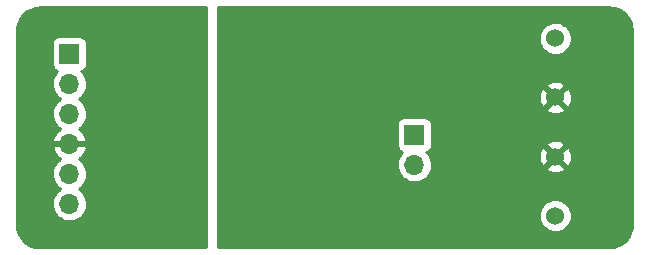
<source format=gbr>
G04 #@! TF.GenerationSoftware,KiCad,Pcbnew,(5.1.0-1220-ga833aeeac)*
G04 #@! TF.CreationDate,2019-07-18T01:02:23+03:00*
G04 #@! TF.ProjectId,proto_II_rs485,70726f74-6f5f-4494-995f-72733438352e,rev?*
G04 #@! TF.SameCoordinates,Original*
G04 #@! TF.FileFunction,Copper,L2,Bot*
G04 #@! TF.FilePolarity,Positive*
%FSLAX46Y46*%
G04 Gerber Fmt 4.6, Leading zero omitted, Abs format (unit mm)*
G04 Created by KiCad (PCBNEW (5.1.0-1220-ga833aeeac)) date 2019-07-18 01:02:23*
%MOMM*%
%LPD*%
G04 APERTURE LIST*
%ADD10O,1.700000X1.700000*%
%ADD11R,1.700000X1.700000*%
%ADD12C,1.524000*%
%ADD13C,0.800000*%
%ADD14C,0.254000*%
G04 APERTURE END LIST*
D10*
X58990000Y-56450000D03*
D11*
X58990000Y-53910000D03*
D12*
X70904998Y-45739999D03*
X70904998Y-50739999D03*
D10*
X29780000Y-59752000D03*
X29780000Y-57212000D03*
X29780000Y-54672000D03*
X29780000Y-52132000D03*
X29780000Y-49592000D03*
D11*
X29780000Y-47052000D03*
D12*
X70904998Y-55740000D03*
X70904998Y-60740000D03*
D13*
X50100000Y-49782498D03*
X51751000Y-51370004D03*
X49401492Y-57974000D03*
X48195000Y-52322500D03*
X56386500Y-48830006D03*
X33590000Y-49782500D03*
X47560000Y-49782504D03*
X36130000Y-49719000D03*
X62800000Y-52132000D03*
X62800000Y-54545000D03*
X61784000Y-54291000D03*
X61784000Y-53402000D03*
X61784000Y-52513000D03*
X40702000Y-57974000D03*
X40702000Y-53402000D03*
X41019500Y-49465000D03*
X41019500Y-48576000D03*
X41019500Y-47687000D03*
X41019500Y-46798000D03*
X41019500Y-45909000D03*
X41019500Y-45020000D03*
X42670500Y-49465000D03*
X42670500Y-48576000D03*
X42670500Y-47687000D03*
X42670500Y-46798000D03*
X42670500Y-45909000D03*
X42670500Y-45020000D03*
D14*
G36*
X75434139Y-43115793D02*
G01*
X75452789Y-43118480D01*
X75459044Y-43118911D01*
X75459799Y-43118960D01*
X75737950Y-43136460D01*
X75972134Y-43181133D01*
X76198887Y-43254809D01*
X76414606Y-43356319D01*
X76615916Y-43484073D01*
X76799622Y-43636048D01*
X76962833Y-43809850D01*
X77102958Y-44002718D01*
X77217825Y-44211656D01*
X77305591Y-44433329D01*
X77364882Y-44664252D01*
X77396028Y-44910802D01*
X77400092Y-45040110D01*
X77401939Y-45058066D01*
X77405001Y-45075520D01*
X77405000Y-61460547D01*
X77404207Y-61464139D01*
X77401520Y-61482789D01*
X77401089Y-61489044D01*
X77401040Y-61489799D01*
X77383540Y-61767950D01*
X77338867Y-62002134D01*
X77265191Y-62228886D01*
X77163677Y-62444614D01*
X77035926Y-62645918D01*
X76883952Y-62829621D01*
X76710153Y-62992830D01*
X76517274Y-63132965D01*
X76308338Y-63247827D01*
X76086675Y-63335591D01*
X75855750Y-63394882D01*
X75609197Y-63426028D01*
X75479891Y-63430092D01*
X75461935Y-63431939D01*
X75444486Y-63435000D01*
X42353000Y-63435000D01*
X42353000Y-60714595D01*
X69503553Y-60714595D01*
X69517788Y-60940852D01*
X69521203Y-60963171D01*
X69575279Y-61183331D01*
X69582593Y-61204694D01*
X69674802Y-61411798D01*
X69685783Y-61431527D01*
X69813210Y-61619030D01*
X69827511Y-61636502D01*
X69986127Y-61798476D01*
X70003296Y-61813140D01*
X70188089Y-61944465D01*
X70207584Y-61955857D01*
X70412712Y-62052383D01*
X70433916Y-62060143D01*
X70652896Y-62118818D01*
X70675138Y-62122700D01*
X70901047Y-62141671D01*
X70923627Y-62141552D01*
X71149325Y-62120217D01*
X71171526Y-62116103D01*
X71389878Y-62055138D01*
X71410999Y-62047156D01*
X71615105Y-61948487D01*
X71634479Y-61936892D01*
X71817887Y-61803639D01*
X71834902Y-61788796D01*
X71991814Y-61625170D01*
X72005932Y-61607549D01*
X72131388Y-61418722D01*
X72142162Y-61398879D01*
X72232197Y-61190820D01*
X72239287Y-61169383D01*
X72291055Y-60948669D01*
X72294366Y-60922992D01*
X72302039Y-60629972D01*
X72300076Y-60604158D01*
X72259930Y-60381037D01*
X72253972Y-60359258D01*
X72174949Y-60146772D01*
X72165228Y-60126393D01*
X72049827Y-59931259D01*
X72036651Y-59912922D01*
X71888517Y-59741308D01*
X71872303Y-59725595D01*
X71696121Y-59582926D01*
X71677380Y-59570333D01*
X71478718Y-59461117D01*
X71458043Y-59452041D01*
X71243180Y-59379732D01*
X71221225Y-59374461D01*
X70996953Y-59341343D01*
X70974411Y-59340044D01*
X70747819Y-59347165D01*
X70725403Y-59349877D01*
X70503652Y-59397012D01*
X70482071Y-59403651D01*
X70272173Y-59489309D01*
X70252109Y-59499665D01*
X70060696Y-59621139D01*
X70042783Y-59634885D01*
X69875907Y-59788336D01*
X69860711Y-59805036D01*
X69723646Y-59985612D01*
X69711647Y-60004739D01*
X69608725Y-60206734D01*
X69600303Y-60227684D01*
X69534779Y-60444712D01*
X69530201Y-60466822D01*
X69504144Y-60692024D01*
X69503553Y-60714595D01*
X42353000Y-60714595D01*
X42353000Y-53060000D01*
X57497163Y-53060000D01*
X57497163Y-54760000D01*
X57501490Y-54792870D01*
X57570599Y-55050789D01*
X57595984Y-55099553D01*
X57711138Y-55236788D01*
X57744926Y-55265139D01*
X57900073Y-55354713D01*
X57941520Y-55369799D01*
X57966325Y-55374173D01*
X57881580Y-55455016D01*
X57867350Y-55471099D01*
X57729782Y-55655997D01*
X57718466Y-55674249D01*
X57614018Y-55879683D01*
X57605938Y-55899580D01*
X57537597Y-56119674D01*
X57532986Y-56140648D01*
X57502705Y-56369111D01*
X57501693Y-56390563D01*
X57510339Y-56620862D01*
X57512957Y-56642176D01*
X57560282Y-56867725D01*
X57566453Y-56888295D01*
X57651104Y-57102646D01*
X57660652Y-57121881D01*
X57780209Y-57318905D01*
X57792862Y-57336257D01*
X57943906Y-57510320D01*
X57959302Y-57525292D01*
X58137515Y-57671417D01*
X58155213Y-57683580D01*
X58355498Y-57797589D01*
X58374993Y-57806597D01*
X58591624Y-57885230D01*
X58618269Y-57891750D01*
X58936275Y-57933899D01*
X58952962Y-57935000D01*
X59047854Y-57935000D01*
X59058592Y-57934545D01*
X59230374Y-57919969D01*
X59251541Y-57916351D01*
X59474610Y-57858454D01*
X59494866Y-57851321D01*
X59704992Y-57756666D01*
X59723757Y-57746222D01*
X59914930Y-57617517D01*
X59931666Y-57604060D01*
X60098420Y-57444984D01*
X60112650Y-57428901D01*
X60250218Y-57244003D01*
X60261534Y-57225751D01*
X60365982Y-57020317D01*
X60374062Y-57000420D01*
X60442403Y-56780326D01*
X60443997Y-56773072D01*
X70080042Y-56773072D01*
X70085147Y-56844450D01*
X70130571Y-56903589D01*
X70188089Y-56944465D01*
X70207584Y-56955857D01*
X70412712Y-57052383D01*
X70433916Y-57060143D01*
X70652896Y-57118818D01*
X70675138Y-57122700D01*
X70901047Y-57141671D01*
X70923627Y-57141552D01*
X71149325Y-57120217D01*
X71171526Y-57116103D01*
X71389878Y-57055138D01*
X71410999Y-57047156D01*
X71615105Y-56948487D01*
X71634479Y-56936893D01*
X71680875Y-56903185D01*
X71724573Y-56846517D01*
X71730698Y-56775219D01*
X71696030Y-56710636D01*
X70994801Y-56009407D01*
X70931994Y-55975112D01*
X70860616Y-55980217D01*
X70815195Y-56009407D01*
X70114337Y-56710265D01*
X70080042Y-56773072D01*
X60443997Y-56773072D01*
X60447014Y-56759352D01*
X60477295Y-56530889D01*
X60478307Y-56509437D01*
X60469661Y-56279138D01*
X60467043Y-56257824D01*
X60419718Y-56032275D01*
X60413547Y-56011705D01*
X60328896Y-55797354D01*
X60319348Y-55778119D01*
X60280801Y-55714595D01*
X69503553Y-55714595D01*
X69517788Y-55940852D01*
X69521203Y-55963171D01*
X69575279Y-56183331D01*
X69582593Y-56204694D01*
X69674802Y-56411798D01*
X69685782Y-56431526D01*
X69740334Y-56511798D01*
X69795602Y-56557255D01*
X69866672Y-56565615D01*
X69935177Y-56530217D01*
X70635591Y-55829803D01*
X70669886Y-55766996D01*
X70666025Y-55713004D01*
X71140110Y-55713004D01*
X71145215Y-55784382D01*
X71174405Y-55829803D01*
X71874746Y-56530144D01*
X71937553Y-56564439D01*
X72008931Y-56559334D01*
X72070330Y-56510622D01*
X72131388Y-56418722D01*
X72142162Y-56398879D01*
X72232197Y-56190820D01*
X72239287Y-56169383D01*
X72291055Y-55948669D01*
X72294366Y-55922992D01*
X72302039Y-55629972D01*
X72300076Y-55604158D01*
X72259930Y-55381037D01*
X72253972Y-55359258D01*
X72174949Y-55146772D01*
X72165228Y-55126393D01*
X72075018Y-54973856D01*
X72022714Y-54925019D01*
X71952309Y-54912212D01*
X71875901Y-54948701D01*
X71174405Y-55650197D01*
X71140110Y-55713004D01*
X70666025Y-55713004D01*
X70664781Y-55695618D01*
X70635591Y-55650197D01*
X69933326Y-54947932D01*
X69870519Y-54913637D01*
X69799141Y-54918742D01*
X69742362Y-54960953D01*
X69723644Y-54985614D01*
X69711647Y-55004739D01*
X69608725Y-55206734D01*
X69600303Y-55227684D01*
X69534779Y-55444712D01*
X69530201Y-55466822D01*
X69504144Y-55692024D01*
X69503553Y-55714595D01*
X60280801Y-55714595D01*
X60199791Y-55581095D01*
X60187138Y-55563743D01*
X60036094Y-55389680D01*
X60020698Y-55374708D01*
X60006167Y-55362793D01*
X60130789Y-55329401D01*
X60179553Y-55304016D01*
X60316788Y-55188862D01*
X60345139Y-55155074D01*
X60434713Y-54999927D01*
X60449799Y-54958480D01*
X60480908Y-54782053D01*
X60482837Y-54760000D01*
X60482837Y-54697648D01*
X70078692Y-54697648D01*
X70114698Y-54770096D01*
X70815195Y-55470593D01*
X70878002Y-55504888D01*
X70949380Y-55499783D01*
X70994801Y-55470593D01*
X71698236Y-54767158D01*
X71732531Y-54704351D01*
X71727426Y-54632973D01*
X71669616Y-54566064D01*
X71478718Y-54461117D01*
X71458043Y-54452041D01*
X71243180Y-54379732D01*
X71221225Y-54374461D01*
X70996953Y-54341343D01*
X70974411Y-54340044D01*
X70747819Y-54347165D01*
X70725403Y-54349877D01*
X70503652Y-54397012D01*
X70482071Y-54403651D01*
X70272173Y-54489309D01*
X70252110Y-54499665D01*
X70136452Y-54573063D01*
X70089281Y-54626876D01*
X70078692Y-54697648D01*
X60482837Y-54697648D01*
X60482837Y-53060000D01*
X60478510Y-53027130D01*
X60409401Y-52769212D01*
X60384016Y-52720448D01*
X60268862Y-52583212D01*
X60235074Y-52554861D01*
X60079927Y-52465287D01*
X60038480Y-52450201D01*
X59862053Y-52419092D01*
X59840000Y-52417163D01*
X58140000Y-52417163D01*
X58107130Y-52421490D01*
X57849212Y-52490599D01*
X57800448Y-52515984D01*
X57663212Y-52631138D01*
X57634861Y-52664926D01*
X57545287Y-52820073D01*
X57530201Y-52861520D01*
X57499092Y-53037947D01*
X57497163Y-53060000D01*
X42353000Y-53060000D01*
X42353000Y-51773071D01*
X70080042Y-51773071D01*
X70085147Y-51844449D01*
X70130571Y-51903588D01*
X70188089Y-51944464D01*
X70207584Y-51955856D01*
X70412712Y-52052382D01*
X70433916Y-52060142D01*
X70652896Y-52118817D01*
X70675138Y-52122699D01*
X70901047Y-52141670D01*
X70923627Y-52141551D01*
X71149325Y-52120216D01*
X71171526Y-52116102D01*
X71389878Y-52055137D01*
X71410999Y-52047155D01*
X71615105Y-51948486D01*
X71634479Y-51936892D01*
X71680875Y-51903184D01*
X71724573Y-51846516D01*
X71730698Y-51775218D01*
X71696030Y-51710635D01*
X70994801Y-51009406D01*
X70931994Y-50975111D01*
X70860616Y-50980216D01*
X70815195Y-51009406D01*
X70114337Y-51710264D01*
X70080042Y-51773071D01*
X42353000Y-51773071D01*
X42353000Y-50714594D01*
X69503553Y-50714594D01*
X69517788Y-50940851D01*
X69521203Y-50963170D01*
X69575279Y-51183330D01*
X69582593Y-51204693D01*
X69674802Y-51411797D01*
X69685782Y-51431525D01*
X69740334Y-51511797D01*
X69795602Y-51557254D01*
X69866672Y-51565614D01*
X69935177Y-51530216D01*
X70635591Y-50829802D01*
X70669886Y-50766995D01*
X70666025Y-50713003D01*
X71140110Y-50713003D01*
X71145215Y-50784381D01*
X71174405Y-50829802D01*
X71874746Y-51530143D01*
X71937553Y-51564438D01*
X72008931Y-51559333D01*
X72070330Y-51510621D01*
X72131388Y-51418721D01*
X72142162Y-51398878D01*
X72232197Y-51190819D01*
X72239287Y-51169382D01*
X72291055Y-50948668D01*
X72294366Y-50922991D01*
X72302039Y-50629971D01*
X72300076Y-50604157D01*
X72259930Y-50381036D01*
X72253972Y-50359257D01*
X72174949Y-50146771D01*
X72165228Y-50126392D01*
X72075018Y-49973855D01*
X72022714Y-49925018D01*
X71952309Y-49912211D01*
X71875901Y-49948700D01*
X71174405Y-50650196D01*
X71140110Y-50713003D01*
X70666025Y-50713003D01*
X70664781Y-50695617D01*
X70635591Y-50650196D01*
X69933326Y-49947931D01*
X69870519Y-49913636D01*
X69799141Y-49918741D01*
X69742362Y-49960952D01*
X69723644Y-49985613D01*
X69711647Y-50004738D01*
X69608725Y-50206733D01*
X69600303Y-50227683D01*
X69534779Y-50444711D01*
X69530201Y-50466821D01*
X69504144Y-50692023D01*
X69503553Y-50714594D01*
X42353000Y-50714594D01*
X42353000Y-49697647D01*
X70078692Y-49697647D01*
X70114698Y-49770095D01*
X70815195Y-50470592D01*
X70878002Y-50504887D01*
X70949380Y-50499782D01*
X70994801Y-50470592D01*
X71698236Y-49767157D01*
X71732531Y-49704350D01*
X71727426Y-49632972D01*
X71669616Y-49566063D01*
X71478718Y-49461116D01*
X71458043Y-49452040D01*
X71243180Y-49379731D01*
X71221225Y-49374460D01*
X70996953Y-49341342D01*
X70974411Y-49340043D01*
X70747819Y-49347164D01*
X70725403Y-49349876D01*
X70503652Y-49397011D01*
X70482071Y-49403650D01*
X70272173Y-49489308D01*
X70252110Y-49499664D01*
X70136452Y-49573062D01*
X70089281Y-49626875D01*
X70078692Y-49697647D01*
X42353000Y-49697647D01*
X42353000Y-45714594D01*
X69503553Y-45714594D01*
X69517788Y-45940851D01*
X69521203Y-45963170D01*
X69575279Y-46183330D01*
X69582593Y-46204693D01*
X69674802Y-46411797D01*
X69685783Y-46431526D01*
X69813210Y-46619029D01*
X69827511Y-46636501D01*
X69986127Y-46798475D01*
X70003296Y-46813139D01*
X70188089Y-46944464D01*
X70207584Y-46955856D01*
X70412712Y-47052382D01*
X70433916Y-47060142D01*
X70652896Y-47118817D01*
X70675138Y-47122699D01*
X70901047Y-47141670D01*
X70923627Y-47141551D01*
X71149325Y-47120216D01*
X71171526Y-47116102D01*
X71389878Y-47055137D01*
X71410999Y-47047155D01*
X71615105Y-46948486D01*
X71634479Y-46936891D01*
X71817887Y-46803638D01*
X71834902Y-46788795D01*
X71991814Y-46625169D01*
X72005932Y-46607548D01*
X72131388Y-46418721D01*
X72142162Y-46398878D01*
X72232197Y-46190819D01*
X72239287Y-46169382D01*
X72291055Y-45948668D01*
X72294366Y-45922991D01*
X72302039Y-45629971D01*
X72300076Y-45604157D01*
X72259930Y-45381036D01*
X72253972Y-45359257D01*
X72174949Y-45146771D01*
X72165228Y-45126392D01*
X72049827Y-44931258D01*
X72036651Y-44912921D01*
X71888517Y-44741307D01*
X71872303Y-44725594D01*
X71696121Y-44582925D01*
X71677380Y-44570332D01*
X71478718Y-44461116D01*
X71458043Y-44452040D01*
X71243180Y-44379731D01*
X71221225Y-44374460D01*
X70996953Y-44341342D01*
X70974411Y-44340043D01*
X70747819Y-44347164D01*
X70725403Y-44349876D01*
X70503652Y-44397011D01*
X70482071Y-44403650D01*
X70272173Y-44489308D01*
X70252109Y-44499664D01*
X70060696Y-44621138D01*
X70042783Y-44634884D01*
X69875907Y-44788335D01*
X69860711Y-44805035D01*
X69723646Y-44985611D01*
X69711647Y-45004738D01*
X69608725Y-45206733D01*
X69600303Y-45227683D01*
X69534779Y-45444711D01*
X69530201Y-45466821D01*
X69504144Y-45692023D01*
X69503553Y-45714594D01*
X42353000Y-45714594D01*
X42353000Y-43115000D01*
X75430547Y-43115000D01*
X75434139Y-43115793D01*
X75434139Y-43115793D01*
G37*
X75434139Y-43115793D02*
X75452789Y-43118480D01*
X75459044Y-43118911D01*
X75459799Y-43118960D01*
X75737950Y-43136460D01*
X75972134Y-43181133D01*
X76198887Y-43254809D01*
X76414606Y-43356319D01*
X76615916Y-43484073D01*
X76799622Y-43636048D01*
X76962833Y-43809850D01*
X77102958Y-44002718D01*
X77217825Y-44211656D01*
X77305591Y-44433329D01*
X77364882Y-44664252D01*
X77396028Y-44910802D01*
X77400092Y-45040110D01*
X77401939Y-45058066D01*
X77405001Y-45075520D01*
X77405000Y-61460547D01*
X77404207Y-61464139D01*
X77401520Y-61482789D01*
X77401089Y-61489044D01*
X77401040Y-61489799D01*
X77383540Y-61767950D01*
X77338867Y-62002134D01*
X77265191Y-62228886D01*
X77163677Y-62444614D01*
X77035926Y-62645918D01*
X76883952Y-62829621D01*
X76710153Y-62992830D01*
X76517274Y-63132965D01*
X76308338Y-63247827D01*
X76086675Y-63335591D01*
X75855750Y-63394882D01*
X75609197Y-63426028D01*
X75479891Y-63430092D01*
X75461935Y-63431939D01*
X75444486Y-63435000D01*
X42353000Y-63435000D01*
X42353000Y-60714595D01*
X69503553Y-60714595D01*
X69517788Y-60940852D01*
X69521203Y-60963171D01*
X69575279Y-61183331D01*
X69582593Y-61204694D01*
X69674802Y-61411798D01*
X69685783Y-61431527D01*
X69813210Y-61619030D01*
X69827511Y-61636502D01*
X69986127Y-61798476D01*
X70003296Y-61813140D01*
X70188089Y-61944465D01*
X70207584Y-61955857D01*
X70412712Y-62052383D01*
X70433916Y-62060143D01*
X70652896Y-62118818D01*
X70675138Y-62122700D01*
X70901047Y-62141671D01*
X70923627Y-62141552D01*
X71149325Y-62120217D01*
X71171526Y-62116103D01*
X71389878Y-62055138D01*
X71410999Y-62047156D01*
X71615105Y-61948487D01*
X71634479Y-61936892D01*
X71817887Y-61803639D01*
X71834902Y-61788796D01*
X71991814Y-61625170D01*
X72005932Y-61607549D01*
X72131388Y-61418722D01*
X72142162Y-61398879D01*
X72232197Y-61190820D01*
X72239287Y-61169383D01*
X72291055Y-60948669D01*
X72294366Y-60922992D01*
X72302039Y-60629972D01*
X72300076Y-60604158D01*
X72259930Y-60381037D01*
X72253972Y-60359258D01*
X72174949Y-60146772D01*
X72165228Y-60126393D01*
X72049827Y-59931259D01*
X72036651Y-59912922D01*
X71888517Y-59741308D01*
X71872303Y-59725595D01*
X71696121Y-59582926D01*
X71677380Y-59570333D01*
X71478718Y-59461117D01*
X71458043Y-59452041D01*
X71243180Y-59379732D01*
X71221225Y-59374461D01*
X70996953Y-59341343D01*
X70974411Y-59340044D01*
X70747819Y-59347165D01*
X70725403Y-59349877D01*
X70503652Y-59397012D01*
X70482071Y-59403651D01*
X70272173Y-59489309D01*
X70252109Y-59499665D01*
X70060696Y-59621139D01*
X70042783Y-59634885D01*
X69875907Y-59788336D01*
X69860711Y-59805036D01*
X69723646Y-59985612D01*
X69711647Y-60004739D01*
X69608725Y-60206734D01*
X69600303Y-60227684D01*
X69534779Y-60444712D01*
X69530201Y-60466822D01*
X69504144Y-60692024D01*
X69503553Y-60714595D01*
X42353000Y-60714595D01*
X42353000Y-53060000D01*
X57497163Y-53060000D01*
X57497163Y-54760000D01*
X57501490Y-54792870D01*
X57570599Y-55050789D01*
X57595984Y-55099553D01*
X57711138Y-55236788D01*
X57744926Y-55265139D01*
X57900073Y-55354713D01*
X57941520Y-55369799D01*
X57966325Y-55374173D01*
X57881580Y-55455016D01*
X57867350Y-55471099D01*
X57729782Y-55655997D01*
X57718466Y-55674249D01*
X57614018Y-55879683D01*
X57605938Y-55899580D01*
X57537597Y-56119674D01*
X57532986Y-56140648D01*
X57502705Y-56369111D01*
X57501693Y-56390563D01*
X57510339Y-56620862D01*
X57512957Y-56642176D01*
X57560282Y-56867725D01*
X57566453Y-56888295D01*
X57651104Y-57102646D01*
X57660652Y-57121881D01*
X57780209Y-57318905D01*
X57792862Y-57336257D01*
X57943906Y-57510320D01*
X57959302Y-57525292D01*
X58137515Y-57671417D01*
X58155213Y-57683580D01*
X58355498Y-57797589D01*
X58374993Y-57806597D01*
X58591624Y-57885230D01*
X58618269Y-57891750D01*
X58936275Y-57933899D01*
X58952962Y-57935000D01*
X59047854Y-57935000D01*
X59058592Y-57934545D01*
X59230374Y-57919969D01*
X59251541Y-57916351D01*
X59474610Y-57858454D01*
X59494866Y-57851321D01*
X59704992Y-57756666D01*
X59723757Y-57746222D01*
X59914930Y-57617517D01*
X59931666Y-57604060D01*
X60098420Y-57444984D01*
X60112650Y-57428901D01*
X60250218Y-57244003D01*
X60261534Y-57225751D01*
X60365982Y-57020317D01*
X60374062Y-57000420D01*
X60442403Y-56780326D01*
X60443997Y-56773072D01*
X70080042Y-56773072D01*
X70085147Y-56844450D01*
X70130571Y-56903589D01*
X70188089Y-56944465D01*
X70207584Y-56955857D01*
X70412712Y-57052383D01*
X70433916Y-57060143D01*
X70652896Y-57118818D01*
X70675138Y-57122700D01*
X70901047Y-57141671D01*
X70923627Y-57141552D01*
X71149325Y-57120217D01*
X71171526Y-57116103D01*
X71389878Y-57055138D01*
X71410999Y-57047156D01*
X71615105Y-56948487D01*
X71634479Y-56936893D01*
X71680875Y-56903185D01*
X71724573Y-56846517D01*
X71730698Y-56775219D01*
X71696030Y-56710636D01*
X70994801Y-56009407D01*
X70931994Y-55975112D01*
X70860616Y-55980217D01*
X70815195Y-56009407D01*
X70114337Y-56710265D01*
X70080042Y-56773072D01*
X60443997Y-56773072D01*
X60447014Y-56759352D01*
X60477295Y-56530889D01*
X60478307Y-56509437D01*
X60469661Y-56279138D01*
X60467043Y-56257824D01*
X60419718Y-56032275D01*
X60413547Y-56011705D01*
X60328896Y-55797354D01*
X60319348Y-55778119D01*
X60280801Y-55714595D01*
X69503553Y-55714595D01*
X69517788Y-55940852D01*
X69521203Y-55963171D01*
X69575279Y-56183331D01*
X69582593Y-56204694D01*
X69674802Y-56411798D01*
X69685782Y-56431526D01*
X69740334Y-56511798D01*
X69795602Y-56557255D01*
X69866672Y-56565615D01*
X69935177Y-56530217D01*
X70635591Y-55829803D01*
X70669886Y-55766996D01*
X70666025Y-55713004D01*
X71140110Y-55713004D01*
X71145215Y-55784382D01*
X71174405Y-55829803D01*
X71874746Y-56530144D01*
X71937553Y-56564439D01*
X72008931Y-56559334D01*
X72070330Y-56510622D01*
X72131388Y-56418722D01*
X72142162Y-56398879D01*
X72232197Y-56190820D01*
X72239287Y-56169383D01*
X72291055Y-55948669D01*
X72294366Y-55922992D01*
X72302039Y-55629972D01*
X72300076Y-55604158D01*
X72259930Y-55381037D01*
X72253972Y-55359258D01*
X72174949Y-55146772D01*
X72165228Y-55126393D01*
X72075018Y-54973856D01*
X72022714Y-54925019D01*
X71952309Y-54912212D01*
X71875901Y-54948701D01*
X71174405Y-55650197D01*
X71140110Y-55713004D01*
X70666025Y-55713004D01*
X70664781Y-55695618D01*
X70635591Y-55650197D01*
X69933326Y-54947932D01*
X69870519Y-54913637D01*
X69799141Y-54918742D01*
X69742362Y-54960953D01*
X69723644Y-54985614D01*
X69711647Y-55004739D01*
X69608725Y-55206734D01*
X69600303Y-55227684D01*
X69534779Y-55444712D01*
X69530201Y-55466822D01*
X69504144Y-55692024D01*
X69503553Y-55714595D01*
X60280801Y-55714595D01*
X60199791Y-55581095D01*
X60187138Y-55563743D01*
X60036094Y-55389680D01*
X60020698Y-55374708D01*
X60006167Y-55362793D01*
X60130789Y-55329401D01*
X60179553Y-55304016D01*
X60316788Y-55188862D01*
X60345139Y-55155074D01*
X60434713Y-54999927D01*
X60449799Y-54958480D01*
X60480908Y-54782053D01*
X60482837Y-54760000D01*
X60482837Y-54697648D01*
X70078692Y-54697648D01*
X70114698Y-54770096D01*
X70815195Y-55470593D01*
X70878002Y-55504888D01*
X70949380Y-55499783D01*
X70994801Y-55470593D01*
X71698236Y-54767158D01*
X71732531Y-54704351D01*
X71727426Y-54632973D01*
X71669616Y-54566064D01*
X71478718Y-54461117D01*
X71458043Y-54452041D01*
X71243180Y-54379732D01*
X71221225Y-54374461D01*
X70996953Y-54341343D01*
X70974411Y-54340044D01*
X70747819Y-54347165D01*
X70725403Y-54349877D01*
X70503652Y-54397012D01*
X70482071Y-54403651D01*
X70272173Y-54489309D01*
X70252110Y-54499665D01*
X70136452Y-54573063D01*
X70089281Y-54626876D01*
X70078692Y-54697648D01*
X60482837Y-54697648D01*
X60482837Y-53060000D01*
X60478510Y-53027130D01*
X60409401Y-52769212D01*
X60384016Y-52720448D01*
X60268862Y-52583212D01*
X60235074Y-52554861D01*
X60079927Y-52465287D01*
X60038480Y-52450201D01*
X59862053Y-52419092D01*
X59840000Y-52417163D01*
X58140000Y-52417163D01*
X58107130Y-52421490D01*
X57849212Y-52490599D01*
X57800448Y-52515984D01*
X57663212Y-52631138D01*
X57634861Y-52664926D01*
X57545287Y-52820073D01*
X57530201Y-52861520D01*
X57499092Y-53037947D01*
X57497163Y-53060000D01*
X42353000Y-53060000D01*
X42353000Y-51773071D01*
X70080042Y-51773071D01*
X70085147Y-51844449D01*
X70130571Y-51903588D01*
X70188089Y-51944464D01*
X70207584Y-51955856D01*
X70412712Y-52052382D01*
X70433916Y-52060142D01*
X70652896Y-52118817D01*
X70675138Y-52122699D01*
X70901047Y-52141670D01*
X70923627Y-52141551D01*
X71149325Y-52120216D01*
X71171526Y-52116102D01*
X71389878Y-52055137D01*
X71410999Y-52047155D01*
X71615105Y-51948486D01*
X71634479Y-51936892D01*
X71680875Y-51903184D01*
X71724573Y-51846516D01*
X71730698Y-51775218D01*
X71696030Y-51710635D01*
X70994801Y-51009406D01*
X70931994Y-50975111D01*
X70860616Y-50980216D01*
X70815195Y-51009406D01*
X70114337Y-51710264D01*
X70080042Y-51773071D01*
X42353000Y-51773071D01*
X42353000Y-50714594D01*
X69503553Y-50714594D01*
X69517788Y-50940851D01*
X69521203Y-50963170D01*
X69575279Y-51183330D01*
X69582593Y-51204693D01*
X69674802Y-51411797D01*
X69685782Y-51431525D01*
X69740334Y-51511797D01*
X69795602Y-51557254D01*
X69866672Y-51565614D01*
X69935177Y-51530216D01*
X70635591Y-50829802D01*
X70669886Y-50766995D01*
X70666025Y-50713003D01*
X71140110Y-50713003D01*
X71145215Y-50784381D01*
X71174405Y-50829802D01*
X71874746Y-51530143D01*
X71937553Y-51564438D01*
X72008931Y-51559333D01*
X72070330Y-51510621D01*
X72131388Y-51418721D01*
X72142162Y-51398878D01*
X72232197Y-51190819D01*
X72239287Y-51169382D01*
X72291055Y-50948668D01*
X72294366Y-50922991D01*
X72302039Y-50629971D01*
X72300076Y-50604157D01*
X72259930Y-50381036D01*
X72253972Y-50359257D01*
X72174949Y-50146771D01*
X72165228Y-50126392D01*
X72075018Y-49973855D01*
X72022714Y-49925018D01*
X71952309Y-49912211D01*
X71875901Y-49948700D01*
X71174405Y-50650196D01*
X71140110Y-50713003D01*
X70666025Y-50713003D01*
X70664781Y-50695617D01*
X70635591Y-50650196D01*
X69933326Y-49947931D01*
X69870519Y-49913636D01*
X69799141Y-49918741D01*
X69742362Y-49960952D01*
X69723644Y-49985613D01*
X69711647Y-50004738D01*
X69608725Y-50206733D01*
X69600303Y-50227683D01*
X69534779Y-50444711D01*
X69530201Y-50466821D01*
X69504144Y-50692023D01*
X69503553Y-50714594D01*
X42353000Y-50714594D01*
X42353000Y-49697647D01*
X70078692Y-49697647D01*
X70114698Y-49770095D01*
X70815195Y-50470592D01*
X70878002Y-50504887D01*
X70949380Y-50499782D01*
X70994801Y-50470592D01*
X71698236Y-49767157D01*
X71732531Y-49704350D01*
X71727426Y-49632972D01*
X71669616Y-49566063D01*
X71478718Y-49461116D01*
X71458043Y-49452040D01*
X71243180Y-49379731D01*
X71221225Y-49374460D01*
X70996953Y-49341342D01*
X70974411Y-49340043D01*
X70747819Y-49347164D01*
X70725403Y-49349876D01*
X70503652Y-49397011D01*
X70482071Y-49403650D01*
X70272173Y-49489308D01*
X70252110Y-49499664D01*
X70136452Y-49573062D01*
X70089281Y-49626875D01*
X70078692Y-49697647D01*
X42353000Y-49697647D01*
X42353000Y-45714594D01*
X69503553Y-45714594D01*
X69517788Y-45940851D01*
X69521203Y-45963170D01*
X69575279Y-46183330D01*
X69582593Y-46204693D01*
X69674802Y-46411797D01*
X69685783Y-46431526D01*
X69813210Y-46619029D01*
X69827511Y-46636501D01*
X69986127Y-46798475D01*
X70003296Y-46813139D01*
X70188089Y-46944464D01*
X70207584Y-46955856D01*
X70412712Y-47052382D01*
X70433916Y-47060142D01*
X70652896Y-47118817D01*
X70675138Y-47122699D01*
X70901047Y-47141670D01*
X70923627Y-47141551D01*
X71149325Y-47120216D01*
X71171526Y-47116102D01*
X71389878Y-47055137D01*
X71410999Y-47047155D01*
X71615105Y-46948486D01*
X71634479Y-46936891D01*
X71817887Y-46803638D01*
X71834902Y-46788795D01*
X71991814Y-46625169D01*
X72005932Y-46607548D01*
X72131388Y-46418721D01*
X72142162Y-46398878D01*
X72232197Y-46190819D01*
X72239287Y-46169382D01*
X72291055Y-45948668D01*
X72294366Y-45922991D01*
X72302039Y-45629971D01*
X72300076Y-45604157D01*
X72259930Y-45381036D01*
X72253972Y-45359257D01*
X72174949Y-45146771D01*
X72165228Y-45126392D01*
X72049827Y-44931258D01*
X72036651Y-44912921D01*
X71888517Y-44741307D01*
X71872303Y-44725594D01*
X71696121Y-44582925D01*
X71677380Y-44570332D01*
X71478718Y-44461116D01*
X71458043Y-44452040D01*
X71243180Y-44379731D01*
X71221225Y-44374460D01*
X70996953Y-44341342D01*
X70974411Y-44340043D01*
X70747819Y-44347164D01*
X70725403Y-44349876D01*
X70503652Y-44397011D01*
X70482071Y-44403650D01*
X70272173Y-44489308D01*
X70252109Y-44499664D01*
X70060696Y-44621138D01*
X70042783Y-44634884D01*
X69875907Y-44788335D01*
X69860711Y-44805035D01*
X69723646Y-44985611D01*
X69711647Y-45004738D01*
X69608725Y-45206733D01*
X69600303Y-45227683D01*
X69534779Y-45444711D01*
X69530201Y-45466821D01*
X69504144Y-45692023D01*
X69503553Y-45714594D01*
X42353000Y-45714594D01*
X42353000Y-43115000D01*
X75430547Y-43115000D01*
X75434139Y-43115793D01*
G36*
X41337000Y-63435000D02*
G01*
X27309453Y-63435000D01*
X27305861Y-63434207D01*
X27287211Y-63431520D01*
X27280956Y-63431089D01*
X27280201Y-63431040D01*
X27002050Y-63413540D01*
X26767866Y-63368867D01*
X26541114Y-63295191D01*
X26325386Y-63193677D01*
X26124082Y-63065926D01*
X25940379Y-62913952D01*
X25777170Y-62740153D01*
X25637035Y-62547274D01*
X25522173Y-62338338D01*
X25434409Y-62116675D01*
X25375118Y-61885750D01*
X25343972Y-61639197D01*
X25339908Y-61509891D01*
X25338061Y-61491935D01*
X25335000Y-61474486D01*
X25335000Y-57152563D01*
X28291693Y-57152563D01*
X28300339Y-57382862D01*
X28302957Y-57404176D01*
X28350282Y-57629725D01*
X28356453Y-57650295D01*
X28441104Y-57864646D01*
X28450652Y-57883881D01*
X28570209Y-58080905D01*
X28582862Y-58098257D01*
X28733906Y-58272320D01*
X28749302Y-58287292D01*
X28927515Y-58433417D01*
X28945213Y-58445580D01*
X29008164Y-58481414D01*
X28855070Y-58584483D01*
X28838334Y-58597940D01*
X28671580Y-58757016D01*
X28657350Y-58773099D01*
X28519782Y-58957997D01*
X28508466Y-58976249D01*
X28404018Y-59181683D01*
X28395938Y-59201580D01*
X28327597Y-59421674D01*
X28322986Y-59442648D01*
X28292705Y-59671111D01*
X28291693Y-59692563D01*
X28300339Y-59922862D01*
X28302957Y-59944176D01*
X28350282Y-60169725D01*
X28356453Y-60190295D01*
X28441104Y-60404646D01*
X28450652Y-60423881D01*
X28570209Y-60620905D01*
X28582862Y-60638257D01*
X28733906Y-60812320D01*
X28749302Y-60827292D01*
X28927515Y-60973417D01*
X28945213Y-60985580D01*
X29145498Y-61099589D01*
X29164993Y-61108597D01*
X29381624Y-61187230D01*
X29408269Y-61193750D01*
X29726275Y-61235899D01*
X29742962Y-61237000D01*
X29837854Y-61237000D01*
X29848592Y-61236545D01*
X30020374Y-61221969D01*
X30041541Y-61218351D01*
X30264610Y-61160454D01*
X30284866Y-61153321D01*
X30494992Y-61058666D01*
X30513757Y-61048222D01*
X30704930Y-60919517D01*
X30721666Y-60906060D01*
X30888420Y-60746984D01*
X30902650Y-60730901D01*
X31040218Y-60546003D01*
X31051534Y-60527751D01*
X31155982Y-60322317D01*
X31164062Y-60302420D01*
X31232403Y-60082326D01*
X31237014Y-60061352D01*
X31267295Y-59832889D01*
X31268307Y-59811437D01*
X31259661Y-59581138D01*
X31257043Y-59559824D01*
X31209718Y-59334275D01*
X31203547Y-59313705D01*
X31118896Y-59099354D01*
X31109348Y-59080119D01*
X30989791Y-58883095D01*
X30977138Y-58865743D01*
X30826094Y-58691680D01*
X30810698Y-58676708D01*
X30632485Y-58530583D01*
X30614787Y-58518420D01*
X30551836Y-58482586D01*
X30704930Y-58379517D01*
X30721666Y-58366060D01*
X30888420Y-58206984D01*
X30902650Y-58190901D01*
X31040218Y-58006003D01*
X31051534Y-57987751D01*
X31155982Y-57782317D01*
X31164062Y-57762420D01*
X31232403Y-57542326D01*
X31237014Y-57521352D01*
X31267295Y-57292889D01*
X31268307Y-57271437D01*
X31259661Y-57041138D01*
X31257043Y-57019824D01*
X31209718Y-56794275D01*
X31203547Y-56773705D01*
X31118896Y-56559354D01*
X31109348Y-56540119D01*
X30989791Y-56343095D01*
X30977138Y-56325743D01*
X30826094Y-56151680D01*
X30810698Y-56136708D01*
X30632485Y-55990583D01*
X30614787Y-55978420D01*
X30551836Y-55942586D01*
X30704930Y-55839517D01*
X30721666Y-55826060D01*
X30888420Y-55666984D01*
X30902650Y-55650901D01*
X31040218Y-55466003D01*
X31051534Y-55447751D01*
X31155982Y-55242317D01*
X31164062Y-55222420D01*
X31232403Y-55002326D01*
X31237014Y-54981353D01*
X31242139Y-54942688D01*
X31231175Y-54871973D01*
X31183720Y-54818411D01*
X31116240Y-54799000D01*
X28445694Y-54799000D01*
X28377033Y-54819161D01*
X28330171Y-54873242D01*
X28321401Y-54952079D01*
X28350282Y-55089725D01*
X28356453Y-55110295D01*
X28441104Y-55324646D01*
X28450652Y-55343881D01*
X28570209Y-55540905D01*
X28582862Y-55558257D01*
X28733906Y-55732320D01*
X28749302Y-55747292D01*
X28927515Y-55893417D01*
X28945213Y-55905580D01*
X29008164Y-55941414D01*
X28855070Y-56044483D01*
X28838334Y-56057940D01*
X28671580Y-56217016D01*
X28657350Y-56233099D01*
X28519782Y-56417997D01*
X28508466Y-56436249D01*
X28404018Y-56641683D01*
X28395938Y-56661580D01*
X28327597Y-56881674D01*
X28322986Y-56902648D01*
X28292705Y-57131111D01*
X28291693Y-57152563D01*
X25335000Y-57152563D01*
X25335000Y-46202000D01*
X28287163Y-46202000D01*
X28287163Y-47902000D01*
X28291490Y-47934870D01*
X28360599Y-48192789D01*
X28385984Y-48241553D01*
X28501138Y-48378788D01*
X28534926Y-48407139D01*
X28690073Y-48496713D01*
X28731520Y-48511799D01*
X28756325Y-48516173D01*
X28671580Y-48597016D01*
X28657350Y-48613099D01*
X28519782Y-48797997D01*
X28508466Y-48816249D01*
X28404018Y-49021683D01*
X28395938Y-49041580D01*
X28327597Y-49261674D01*
X28322986Y-49282648D01*
X28292705Y-49511111D01*
X28291693Y-49532563D01*
X28300339Y-49762862D01*
X28302957Y-49784176D01*
X28350282Y-50009725D01*
X28356453Y-50030295D01*
X28441104Y-50244646D01*
X28450652Y-50263881D01*
X28570209Y-50460905D01*
X28582862Y-50478257D01*
X28733906Y-50652320D01*
X28749302Y-50667292D01*
X28927515Y-50813417D01*
X28945213Y-50825580D01*
X29008164Y-50861414D01*
X28855070Y-50964483D01*
X28838334Y-50977940D01*
X28671580Y-51137016D01*
X28657350Y-51153099D01*
X28519782Y-51337997D01*
X28508466Y-51356249D01*
X28404018Y-51561683D01*
X28395938Y-51581580D01*
X28327597Y-51801674D01*
X28322986Y-51822648D01*
X28292705Y-52051111D01*
X28291693Y-52072563D01*
X28300339Y-52302862D01*
X28302957Y-52324176D01*
X28350282Y-52549725D01*
X28356453Y-52570295D01*
X28441104Y-52784646D01*
X28450652Y-52803881D01*
X28570209Y-53000905D01*
X28582862Y-53018257D01*
X28733906Y-53192320D01*
X28749302Y-53207292D01*
X28927515Y-53353417D01*
X28945213Y-53365580D01*
X29008164Y-53401414D01*
X28855070Y-53504483D01*
X28838334Y-53517940D01*
X28671580Y-53677016D01*
X28657350Y-53693099D01*
X28519782Y-53877997D01*
X28508466Y-53896249D01*
X28404018Y-54101683D01*
X28395938Y-54121580D01*
X28327597Y-54341674D01*
X28322986Y-54362647D01*
X28317861Y-54401312D01*
X28328825Y-54472027D01*
X28376280Y-54525589D01*
X28443760Y-54545000D01*
X31114306Y-54545000D01*
X31182967Y-54524839D01*
X31229829Y-54470758D01*
X31238599Y-54391921D01*
X31209718Y-54254275D01*
X31203547Y-54233705D01*
X31118896Y-54019354D01*
X31109348Y-54000119D01*
X30989791Y-53803095D01*
X30977138Y-53785743D01*
X30826094Y-53611680D01*
X30810698Y-53596708D01*
X30632485Y-53450583D01*
X30614787Y-53438420D01*
X30551836Y-53402586D01*
X30704930Y-53299517D01*
X30721666Y-53286060D01*
X30888420Y-53126984D01*
X30902650Y-53110901D01*
X31040218Y-52926003D01*
X31051534Y-52907751D01*
X31155982Y-52702317D01*
X31164062Y-52682420D01*
X31232403Y-52462326D01*
X31237014Y-52441352D01*
X31267295Y-52212889D01*
X31268307Y-52191437D01*
X31259661Y-51961138D01*
X31257043Y-51939824D01*
X31209718Y-51714275D01*
X31203547Y-51693705D01*
X31118896Y-51479354D01*
X31109348Y-51460119D01*
X30989791Y-51263095D01*
X30977138Y-51245743D01*
X30826094Y-51071680D01*
X30810698Y-51056708D01*
X30632485Y-50910583D01*
X30614787Y-50898420D01*
X30551836Y-50862586D01*
X30704930Y-50759517D01*
X30721666Y-50746060D01*
X30888420Y-50586984D01*
X30902650Y-50570901D01*
X31040218Y-50386003D01*
X31051534Y-50367751D01*
X31155982Y-50162317D01*
X31164062Y-50142420D01*
X31232403Y-49922326D01*
X31237014Y-49901352D01*
X31267295Y-49672889D01*
X31268307Y-49651437D01*
X31259661Y-49421138D01*
X31257043Y-49399824D01*
X31209718Y-49174275D01*
X31203547Y-49153705D01*
X31118896Y-48939354D01*
X31109348Y-48920119D01*
X30989791Y-48723095D01*
X30977138Y-48705743D01*
X30826094Y-48531680D01*
X30810698Y-48516708D01*
X30796167Y-48504793D01*
X30920789Y-48471401D01*
X30969553Y-48446016D01*
X31106788Y-48330862D01*
X31135139Y-48297074D01*
X31224713Y-48141927D01*
X31239799Y-48100480D01*
X31270908Y-47924053D01*
X31272837Y-47902000D01*
X31272837Y-46202000D01*
X31268510Y-46169130D01*
X31199401Y-45911212D01*
X31174016Y-45862448D01*
X31058862Y-45725212D01*
X31025074Y-45696861D01*
X30869927Y-45607287D01*
X30828480Y-45592201D01*
X30652053Y-45561092D01*
X30630000Y-45559163D01*
X28930000Y-45559163D01*
X28897130Y-45563490D01*
X28639212Y-45632599D01*
X28590448Y-45657984D01*
X28453212Y-45773138D01*
X28424861Y-45806926D01*
X28335287Y-45962073D01*
X28320201Y-46003520D01*
X28289092Y-46179947D01*
X28287163Y-46202000D01*
X25335000Y-46202000D01*
X25335000Y-45089453D01*
X25335793Y-45085861D01*
X25338480Y-45067211D01*
X25338911Y-45060956D01*
X25338960Y-45060201D01*
X25356460Y-44782050D01*
X25401133Y-44547866D01*
X25474809Y-44321113D01*
X25576319Y-44105394D01*
X25704073Y-43904084D01*
X25856048Y-43720378D01*
X26029850Y-43557167D01*
X26222718Y-43417042D01*
X26431656Y-43302175D01*
X26653329Y-43214409D01*
X26884252Y-43155118D01*
X27130802Y-43123972D01*
X27260110Y-43119908D01*
X27278066Y-43118061D01*
X27295515Y-43115000D01*
X41337000Y-43115000D01*
X41337000Y-63435000D01*
X41337000Y-63435000D01*
G37*
X41337000Y-63435000D02*
X27309453Y-63435000D01*
X27305861Y-63434207D01*
X27287211Y-63431520D01*
X27280956Y-63431089D01*
X27280201Y-63431040D01*
X27002050Y-63413540D01*
X26767866Y-63368867D01*
X26541114Y-63295191D01*
X26325386Y-63193677D01*
X26124082Y-63065926D01*
X25940379Y-62913952D01*
X25777170Y-62740153D01*
X25637035Y-62547274D01*
X25522173Y-62338338D01*
X25434409Y-62116675D01*
X25375118Y-61885750D01*
X25343972Y-61639197D01*
X25339908Y-61509891D01*
X25338061Y-61491935D01*
X25335000Y-61474486D01*
X25335000Y-57152563D01*
X28291693Y-57152563D01*
X28300339Y-57382862D01*
X28302957Y-57404176D01*
X28350282Y-57629725D01*
X28356453Y-57650295D01*
X28441104Y-57864646D01*
X28450652Y-57883881D01*
X28570209Y-58080905D01*
X28582862Y-58098257D01*
X28733906Y-58272320D01*
X28749302Y-58287292D01*
X28927515Y-58433417D01*
X28945213Y-58445580D01*
X29008164Y-58481414D01*
X28855070Y-58584483D01*
X28838334Y-58597940D01*
X28671580Y-58757016D01*
X28657350Y-58773099D01*
X28519782Y-58957997D01*
X28508466Y-58976249D01*
X28404018Y-59181683D01*
X28395938Y-59201580D01*
X28327597Y-59421674D01*
X28322986Y-59442648D01*
X28292705Y-59671111D01*
X28291693Y-59692563D01*
X28300339Y-59922862D01*
X28302957Y-59944176D01*
X28350282Y-60169725D01*
X28356453Y-60190295D01*
X28441104Y-60404646D01*
X28450652Y-60423881D01*
X28570209Y-60620905D01*
X28582862Y-60638257D01*
X28733906Y-60812320D01*
X28749302Y-60827292D01*
X28927515Y-60973417D01*
X28945213Y-60985580D01*
X29145498Y-61099589D01*
X29164993Y-61108597D01*
X29381624Y-61187230D01*
X29408269Y-61193750D01*
X29726275Y-61235899D01*
X29742962Y-61237000D01*
X29837854Y-61237000D01*
X29848592Y-61236545D01*
X30020374Y-61221969D01*
X30041541Y-61218351D01*
X30264610Y-61160454D01*
X30284866Y-61153321D01*
X30494992Y-61058666D01*
X30513757Y-61048222D01*
X30704930Y-60919517D01*
X30721666Y-60906060D01*
X30888420Y-60746984D01*
X30902650Y-60730901D01*
X31040218Y-60546003D01*
X31051534Y-60527751D01*
X31155982Y-60322317D01*
X31164062Y-60302420D01*
X31232403Y-60082326D01*
X31237014Y-60061352D01*
X31267295Y-59832889D01*
X31268307Y-59811437D01*
X31259661Y-59581138D01*
X31257043Y-59559824D01*
X31209718Y-59334275D01*
X31203547Y-59313705D01*
X31118896Y-59099354D01*
X31109348Y-59080119D01*
X30989791Y-58883095D01*
X30977138Y-58865743D01*
X30826094Y-58691680D01*
X30810698Y-58676708D01*
X30632485Y-58530583D01*
X30614787Y-58518420D01*
X30551836Y-58482586D01*
X30704930Y-58379517D01*
X30721666Y-58366060D01*
X30888420Y-58206984D01*
X30902650Y-58190901D01*
X31040218Y-58006003D01*
X31051534Y-57987751D01*
X31155982Y-57782317D01*
X31164062Y-57762420D01*
X31232403Y-57542326D01*
X31237014Y-57521352D01*
X31267295Y-57292889D01*
X31268307Y-57271437D01*
X31259661Y-57041138D01*
X31257043Y-57019824D01*
X31209718Y-56794275D01*
X31203547Y-56773705D01*
X31118896Y-56559354D01*
X31109348Y-56540119D01*
X30989791Y-56343095D01*
X30977138Y-56325743D01*
X30826094Y-56151680D01*
X30810698Y-56136708D01*
X30632485Y-55990583D01*
X30614787Y-55978420D01*
X30551836Y-55942586D01*
X30704930Y-55839517D01*
X30721666Y-55826060D01*
X30888420Y-55666984D01*
X30902650Y-55650901D01*
X31040218Y-55466003D01*
X31051534Y-55447751D01*
X31155982Y-55242317D01*
X31164062Y-55222420D01*
X31232403Y-55002326D01*
X31237014Y-54981353D01*
X31242139Y-54942688D01*
X31231175Y-54871973D01*
X31183720Y-54818411D01*
X31116240Y-54799000D01*
X28445694Y-54799000D01*
X28377033Y-54819161D01*
X28330171Y-54873242D01*
X28321401Y-54952079D01*
X28350282Y-55089725D01*
X28356453Y-55110295D01*
X28441104Y-55324646D01*
X28450652Y-55343881D01*
X28570209Y-55540905D01*
X28582862Y-55558257D01*
X28733906Y-55732320D01*
X28749302Y-55747292D01*
X28927515Y-55893417D01*
X28945213Y-55905580D01*
X29008164Y-55941414D01*
X28855070Y-56044483D01*
X28838334Y-56057940D01*
X28671580Y-56217016D01*
X28657350Y-56233099D01*
X28519782Y-56417997D01*
X28508466Y-56436249D01*
X28404018Y-56641683D01*
X28395938Y-56661580D01*
X28327597Y-56881674D01*
X28322986Y-56902648D01*
X28292705Y-57131111D01*
X28291693Y-57152563D01*
X25335000Y-57152563D01*
X25335000Y-46202000D01*
X28287163Y-46202000D01*
X28287163Y-47902000D01*
X28291490Y-47934870D01*
X28360599Y-48192789D01*
X28385984Y-48241553D01*
X28501138Y-48378788D01*
X28534926Y-48407139D01*
X28690073Y-48496713D01*
X28731520Y-48511799D01*
X28756325Y-48516173D01*
X28671580Y-48597016D01*
X28657350Y-48613099D01*
X28519782Y-48797997D01*
X28508466Y-48816249D01*
X28404018Y-49021683D01*
X28395938Y-49041580D01*
X28327597Y-49261674D01*
X28322986Y-49282648D01*
X28292705Y-49511111D01*
X28291693Y-49532563D01*
X28300339Y-49762862D01*
X28302957Y-49784176D01*
X28350282Y-50009725D01*
X28356453Y-50030295D01*
X28441104Y-50244646D01*
X28450652Y-50263881D01*
X28570209Y-50460905D01*
X28582862Y-50478257D01*
X28733906Y-50652320D01*
X28749302Y-50667292D01*
X28927515Y-50813417D01*
X28945213Y-50825580D01*
X29008164Y-50861414D01*
X28855070Y-50964483D01*
X28838334Y-50977940D01*
X28671580Y-51137016D01*
X28657350Y-51153099D01*
X28519782Y-51337997D01*
X28508466Y-51356249D01*
X28404018Y-51561683D01*
X28395938Y-51581580D01*
X28327597Y-51801674D01*
X28322986Y-51822648D01*
X28292705Y-52051111D01*
X28291693Y-52072563D01*
X28300339Y-52302862D01*
X28302957Y-52324176D01*
X28350282Y-52549725D01*
X28356453Y-52570295D01*
X28441104Y-52784646D01*
X28450652Y-52803881D01*
X28570209Y-53000905D01*
X28582862Y-53018257D01*
X28733906Y-53192320D01*
X28749302Y-53207292D01*
X28927515Y-53353417D01*
X28945213Y-53365580D01*
X29008164Y-53401414D01*
X28855070Y-53504483D01*
X28838334Y-53517940D01*
X28671580Y-53677016D01*
X28657350Y-53693099D01*
X28519782Y-53877997D01*
X28508466Y-53896249D01*
X28404018Y-54101683D01*
X28395938Y-54121580D01*
X28327597Y-54341674D01*
X28322986Y-54362647D01*
X28317861Y-54401312D01*
X28328825Y-54472027D01*
X28376280Y-54525589D01*
X28443760Y-54545000D01*
X31114306Y-54545000D01*
X31182967Y-54524839D01*
X31229829Y-54470758D01*
X31238599Y-54391921D01*
X31209718Y-54254275D01*
X31203547Y-54233705D01*
X31118896Y-54019354D01*
X31109348Y-54000119D01*
X30989791Y-53803095D01*
X30977138Y-53785743D01*
X30826094Y-53611680D01*
X30810698Y-53596708D01*
X30632485Y-53450583D01*
X30614787Y-53438420D01*
X30551836Y-53402586D01*
X30704930Y-53299517D01*
X30721666Y-53286060D01*
X30888420Y-53126984D01*
X30902650Y-53110901D01*
X31040218Y-52926003D01*
X31051534Y-52907751D01*
X31155982Y-52702317D01*
X31164062Y-52682420D01*
X31232403Y-52462326D01*
X31237014Y-52441352D01*
X31267295Y-52212889D01*
X31268307Y-52191437D01*
X31259661Y-51961138D01*
X31257043Y-51939824D01*
X31209718Y-51714275D01*
X31203547Y-51693705D01*
X31118896Y-51479354D01*
X31109348Y-51460119D01*
X30989791Y-51263095D01*
X30977138Y-51245743D01*
X30826094Y-51071680D01*
X30810698Y-51056708D01*
X30632485Y-50910583D01*
X30614787Y-50898420D01*
X30551836Y-50862586D01*
X30704930Y-50759517D01*
X30721666Y-50746060D01*
X30888420Y-50586984D01*
X30902650Y-50570901D01*
X31040218Y-50386003D01*
X31051534Y-50367751D01*
X31155982Y-50162317D01*
X31164062Y-50142420D01*
X31232403Y-49922326D01*
X31237014Y-49901352D01*
X31267295Y-49672889D01*
X31268307Y-49651437D01*
X31259661Y-49421138D01*
X31257043Y-49399824D01*
X31209718Y-49174275D01*
X31203547Y-49153705D01*
X31118896Y-48939354D01*
X31109348Y-48920119D01*
X30989791Y-48723095D01*
X30977138Y-48705743D01*
X30826094Y-48531680D01*
X30810698Y-48516708D01*
X30796167Y-48504793D01*
X30920789Y-48471401D01*
X30969553Y-48446016D01*
X31106788Y-48330862D01*
X31135139Y-48297074D01*
X31224713Y-48141927D01*
X31239799Y-48100480D01*
X31270908Y-47924053D01*
X31272837Y-47902000D01*
X31272837Y-46202000D01*
X31268510Y-46169130D01*
X31199401Y-45911212D01*
X31174016Y-45862448D01*
X31058862Y-45725212D01*
X31025074Y-45696861D01*
X30869927Y-45607287D01*
X30828480Y-45592201D01*
X30652053Y-45561092D01*
X30630000Y-45559163D01*
X28930000Y-45559163D01*
X28897130Y-45563490D01*
X28639212Y-45632599D01*
X28590448Y-45657984D01*
X28453212Y-45773138D01*
X28424861Y-45806926D01*
X28335287Y-45962073D01*
X28320201Y-46003520D01*
X28289092Y-46179947D01*
X28287163Y-46202000D01*
X25335000Y-46202000D01*
X25335000Y-45089453D01*
X25335793Y-45085861D01*
X25338480Y-45067211D01*
X25338911Y-45060956D01*
X25338960Y-45060201D01*
X25356460Y-44782050D01*
X25401133Y-44547866D01*
X25474809Y-44321113D01*
X25576319Y-44105394D01*
X25704073Y-43904084D01*
X25856048Y-43720378D01*
X26029850Y-43557167D01*
X26222718Y-43417042D01*
X26431656Y-43302175D01*
X26653329Y-43214409D01*
X26884252Y-43155118D01*
X27130802Y-43123972D01*
X27260110Y-43119908D01*
X27278066Y-43118061D01*
X27295515Y-43115000D01*
X41337000Y-43115000D01*
X41337000Y-63435000D01*
M02*

</source>
